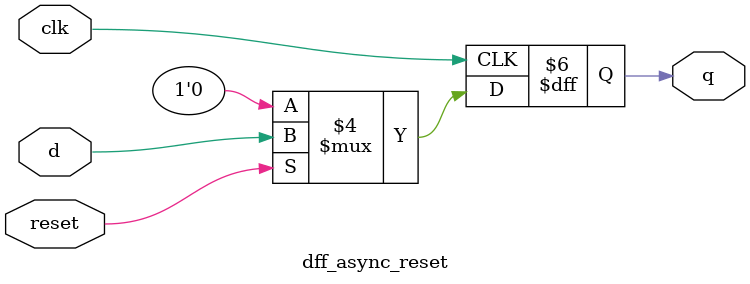
<source format=v>
module dff_async_reset (
  input clk,
  input reset,
  input d,
  output reg q
);

  always @(posedge clk) begin
    if (reset == 1'b0) begin
      q <= 1'b0;
    end else begin
      q <= d;
    end
  end

endmodule
</source>
